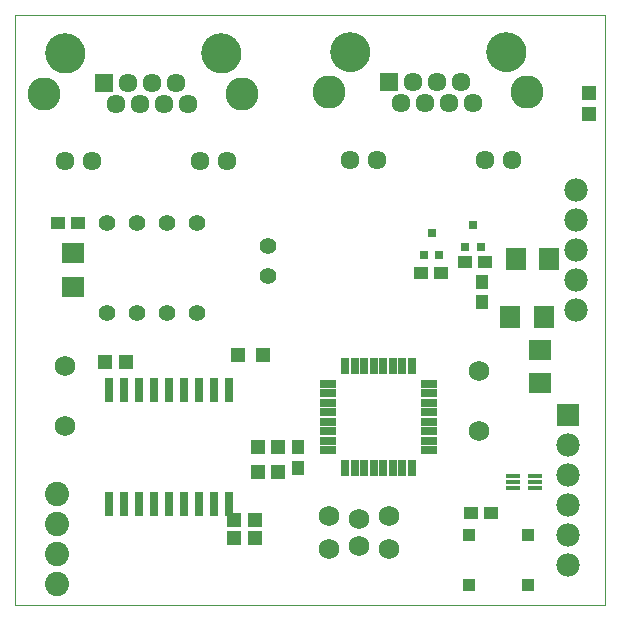
<source format=gts>
G75*
%MOIN*%
%OFA0B0*%
%FSLAX25Y25*%
%IPPOS*%
%LPD*%
%AMOC8*
5,1,8,0,0,1.08239X$1,22.5*
%
%ADD10C,0.00000*%
%ADD11R,0.02762X0.08274*%
%ADD12R,0.05400X0.02600*%
%ADD13R,0.02600X0.05400*%
%ADD14C,0.05550*%
%ADD15C,0.06900*%
%ADD16R,0.04534X0.04652*%
%ADD17C,0.06800*%
%ADD18R,0.07800X0.07800*%
%ADD19C,0.07800*%
%ADD20R,0.06337X0.06337*%
%ADD21C,0.06337*%
%ADD22C,0.13195*%
%ADD23C,0.11030*%
%ADD24R,0.04337X0.04731*%
%ADD25R,0.05124X0.05124*%
%ADD26R,0.07487X0.06699*%
%ADD27R,0.03156X0.03156*%
%ADD28R,0.06699X0.07487*%
%ADD29R,0.04731X0.04337*%
%ADD30C,0.08077*%
%ADD31R,0.05124X0.01581*%
%ADD32R,0.04337X0.04337*%
%ADD33R,0.04652X0.04534*%
D10*
X0125000Y0011800D02*
X0125000Y0208650D01*
X0321850Y0208650D01*
X0321850Y0011800D01*
X0125000Y0011800D01*
X0135352Y0195800D02*
X0135354Y0195960D01*
X0135360Y0196119D01*
X0135370Y0196278D01*
X0135384Y0196437D01*
X0135402Y0196596D01*
X0135423Y0196754D01*
X0135449Y0196911D01*
X0135479Y0197068D01*
X0135512Y0197224D01*
X0135550Y0197379D01*
X0135591Y0197533D01*
X0135636Y0197686D01*
X0135685Y0197838D01*
X0135738Y0197988D01*
X0135794Y0198137D01*
X0135854Y0198285D01*
X0135918Y0198431D01*
X0135986Y0198576D01*
X0136057Y0198719D01*
X0136131Y0198860D01*
X0136209Y0198999D01*
X0136291Y0199136D01*
X0136376Y0199271D01*
X0136464Y0199404D01*
X0136555Y0199535D01*
X0136650Y0199663D01*
X0136748Y0199789D01*
X0136849Y0199913D01*
X0136953Y0200033D01*
X0137060Y0200152D01*
X0137170Y0200267D01*
X0137283Y0200380D01*
X0137398Y0200490D01*
X0137517Y0200597D01*
X0137637Y0200701D01*
X0137761Y0200802D01*
X0137887Y0200900D01*
X0138015Y0200995D01*
X0138146Y0201086D01*
X0138279Y0201174D01*
X0138414Y0201259D01*
X0138551Y0201341D01*
X0138690Y0201419D01*
X0138831Y0201493D01*
X0138974Y0201564D01*
X0139119Y0201632D01*
X0139265Y0201696D01*
X0139413Y0201756D01*
X0139562Y0201812D01*
X0139712Y0201865D01*
X0139864Y0201914D01*
X0140017Y0201959D01*
X0140171Y0202000D01*
X0140326Y0202038D01*
X0140482Y0202071D01*
X0140639Y0202101D01*
X0140796Y0202127D01*
X0140954Y0202148D01*
X0141113Y0202166D01*
X0141272Y0202180D01*
X0141431Y0202190D01*
X0141590Y0202196D01*
X0141750Y0202198D01*
X0141910Y0202196D01*
X0142069Y0202190D01*
X0142228Y0202180D01*
X0142387Y0202166D01*
X0142546Y0202148D01*
X0142704Y0202127D01*
X0142861Y0202101D01*
X0143018Y0202071D01*
X0143174Y0202038D01*
X0143329Y0202000D01*
X0143483Y0201959D01*
X0143636Y0201914D01*
X0143788Y0201865D01*
X0143938Y0201812D01*
X0144087Y0201756D01*
X0144235Y0201696D01*
X0144381Y0201632D01*
X0144526Y0201564D01*
X0144669Y0201493D01*
X0144810Y0201419D01*
X0144949Y0201341D01*
X0145086Y0201259D01*
X0145221Y0201174D01*
X0145354Y0201086D01*
X0145485Y0200995D01*
X0145613Y0200900D01*
X0145739Y0200802D01*
X0145863Y0200701D01*
X0145983Y0200597D01*
X0146102Y0200490D01*
X0146217Y0200380D01*
X0146330Y0200267D01*
X0146440Y0200152D01*
X0146547Y0200033D01*
X0146651Y0199913D01*
X0146752Y0199789D01*
X0146850Y0199663D01*
X0146945Y0199535D01*
X0147036Y0199404D01*
X0147124Y0199271D01*
X0147209Y0199136D01*
X0147291Y0198999D01*
X0147369Y0198860D01*
X0147443Y0198719D01*
X0147514Y0198576D01*
X0147582Y0198431D01*
X0147646Y0198285D01*
X0147706Y0198137D01*
X0147762Y0197988D01*
X0147815Y0197838D01*
X0147864Y0197686D01*
X0147909Y0197533D01*
X0147950Y0197379D01*
X0147988Y0197224D01*
X0148021Y0197068D01*
X0148051Y0196911D01*
X0148077Y0196754D01*
X0148098Y0196596D01*
X0148116Y0196437D01*
X0148130Y0196278D01*
X0148140Y0196119D01*
X0148146Y0195960D01*
X0148148Y0195800D01*
X0148146Y0195640D01*
X0148140Y0195481D01*
X0148130Y0195322D01*
X0148116Y0195163D01*
X0148098Y0195004D01*
X0148077Y0194846D01*
X0148051Y0194689D01*
X0148021Y0194532D01*
X0147988Y0194376D01*
X0147950Y0194221D01*
X0147909Y0194067D01*
X0147864Y0193914D01*
X0147815Y0193762D01*
X0147762Y0193612D01*
X0147706Y0193463D01*
X0147646Y0193315D01*
X0147582Y0193169D01*
X0147514Y0193024D01*
X0147443Y0192881D01*
X0147369Y0192740D01*
X0147291Y0192601D01*
X0147209Y0192464D01*
X0147124Y0192329D01*
X0147036Y0192196D01*
X0146945Y0192065D01*
X0146850Y0191937D01*
X0146752Y0191811D01*
X0146651Y0191687D01*
X0146547Y0191567D01*
X0146440Y0191448D01*
X0146330Y0191333D01*
X0146217Y0191220D01*
X0146102Y0191110D01*
X0145983Y0191003D01*
X0145863Y0190899D01*
X0145739Y0190798D01*
X0145613Y0190700D01*
X0145485Y0190605D01*
X0145354Y0190514D01*
X0145221Y0190426D01*
X0145086Y0190341D01*
X0144949Y0190259D01*
X0144810Y0190181D01*
X0144669Y0190107D01*
X0144526Y0190036D01*
X0144381Y0189968D01*
X0144235Y0189904D01*
X0144087Y0189844D01*
X0143938Y0189788D01*
X0143788Y0189735D01*
X0143636Y0189686D01*
X0143483Y0189641D01*
X0143329Y0189600D01*
X0143174Y0189562D01*
X0143018Y0189529D01*
X0142861Y0189499D01*
X0142704Y0189473D01*
X0142546Y0189452D01*
X0142387Y0189434D01*
X0142228Y0189420D01*
X0142069Y0189410D01*
X0141910Y0189404D01*
X0141750Y0189402D01*
X0141590Y0189404D01*
X0141431Y0189410D01*
X0141272Y0189420D01*
X0141113Y0189434D01*
X0140954Y0189452D01*
X0140796Y0189473D01*
X0140639Y0189499D01*
X0140482Y0189529D01*
X0140326Y0189562D01*
X0140171Y0189600D01*
X0140017Y0189641D01*
X0139864Y0189686D01*
X0139712Y0189735D01*
X0139562Y0189788D01*
X0139413Y0189844D01*
X0139265Y0189904D01*
X0139119Y0189968D01*
X0138974Y0190036D01*
X0138831Y0190107D01*
X0138690Y0190181D01*
X0138551Y0190259D01*
X0138414Y0190341D01*
X0138279Y0190426D01*
X0138146Y0190514D01*
X0138015Y0190605D01*
X0137887Y0190700D01*
X0137761Y0190798D01*
X0137637Y0190899D01*
X0137517Y0191003D01*
X0137398Y0191110D01*
X0137283Y0191220D01*
X0137170Y0191333D01*
X0137060Y0191448D01*
X0136953Y0191567D01*
X0136849Y0191687D01*
X0136748Y0191811D01*
X0136650Y0191937D01*
X0136555Y0192065D01*
X0136464Y0192196D01*
X0136376Y0192329D01*
X0136291Y0192464D01*
X0136209Y0192601D01*
X0136131Y0192740D01*
X0136057Y0192881D01*
X0135986Y0193024D01*
X0135918Y0193169D01*
X0135854Y0193315D01*
X0135794Y0193463D01*
X0135738Y0193612D01*
X0135685Y0193762D01*
X0135636Y0193914D01*
X0135591Y0194067D01*
X0135550Y0194221D01*
X0135512Y0194376D01*
X0135479Y0194532D01*
X0135449Y0194689D01*
X0135423Y0194846D01*
X0135402Y0195004D01*
X0135384Y0195163D01*
X0135370Y0195322D01*
X0135360Y0195481D01*
X0135354Y0195640D01*
X0135352Y0195800D01*
X0187399Y0195800D02*
X0187401Y0195960D01*
X0187407Y0196119D01*
X0187417Y0196278D01*
X0187431Y0196437D01*
X0187449Y0196596D01*
X0187470Y0196754D01*
X0187496Y0196911D01*
X0187526Y0197068D01*
X0187559Y0197224D01*
X0187597Y0197379D01*
X0187638Y0197533D01*
X0187683Y0197686D01*
X0187732Y0197838D01*
X0187785Y0197988D01*
X0187841Y0198137D01*
X0187901Y0198285D01*
X0187965Y0198431D01*
X0188033Y0198576D01*
X0188104Y0198719D01*
X0188178Y0198860D01*
X0188256Y0198999D01*
X0188338Y0199136D01*
X0188423Y0199271D01*
X0188511Y0199404D01*
X0188602Y0199535D01*
X0188697Y0199663D01*
X0188795Y0199789D01*
X0188896Y0199913D01*
X0189000Y0200033D01*
X0189107Y0200152D01*
X0189217Y0200267D01*
X0189330Y0200380D01*
X0189445Y0200490D01*
X0189564Y0200597D01*
X0189684Y0200701D01*
X0189808Y0200802D01*
X0189934Y0200900D01*
X0190062Y0200995D01*
X0190193Y0201086D01*
X0190326Y0201174D01*
X0190461Y0201259D01*
X0190598Y0201341D01*
X0190737Y0201419D01*
X0190878Y0201493D01*
X0191021Y0201564D01*
X0191166Y0201632D01*
X0191312Y0201696D01*
X0191460Y0201756D01*
X0191609Y0201812D01*
X0191759Y0201865D01*
X0191911Y0201914D01*
X0192064Y0201959D01*
X0192218Y0202000D01*
X0192373Y0202038D01*
X0192529Y0202071D01*
X0192686Y0202101D01*
X0192843Y0202127D01*
X0193001Y0202148D01*
X0193160Y0202166D01*
X0193319Y0202180D01*
X0193478Y0202190D01*
X0193637Y0202196D01*
X0193797Y0202198D01*
X0193957Y0202196D01*
X0194116Y0202190D01*
X0194275Y0202180D01*
X0194434Y0202166D01*
X0194593Y0202148D01*
X0194751Y0202127D01*
X0194908Y0202101D01*
X0195065Y0202071D01*
X0195221Y0202038D01*
X0195376Y0202000D01*
X0195530Y0201959D01*
X0195683Y0201914D01*
X0195835Y0201865D01*
X0195985Y0201812D01*
X0196134Y0201756D01*
X0196282Y0201696D01*
X0196428Y0201632D01*
X0196573Y0201564D01*
X0196716Y0201493D01*
X0196857Y0201419D01*
X0196996Y0201341D01*
X0197133Y0201259D01*
X0197268Y0201174D01*
X0197401Y0201086D01*
X0197532Y0200995D01*
X0197660Y0200900D01*
X0197786Y0200802D01*
X0197910Y0200701D01*
X0198030Y0200597D01*
X0198149Y0200490D01*
X0198264Y0200380D01*
X0198377Y0200267D01*
X0198487Y0200152D01*
X0198594Y0200033D01*
X0198698Y0199913D01*
X0198799Y0199789D01*
X0198897Y0199663D01*
X0198992Y0199535D01*
X0199083Y0199404D01*
X0199171Y0199271D01*
X0199256Y0199136D01*
X0199338Y0198999D01*
X0199416Y0198860D01*
X0199490Y0198719D01*
X0199561Y0198576D01*
X0199629Y0198431D01*
X0199693Y0198285D01*
X0199753Y0198137D01*
X0199809Y0197988D01*
X0199862Y0197838D01*
X0199911Y0197686D01*
X0199956Y0197533D01*
X0199997Y0197379D01*
X0200035Y0197224D01*
X0200068Y0197068D01*
X0200098Y0196911D01*
X0200124Y0196754D01*
X0200145Y0196596D01*
X0200163Y0196437D01*
X0200177Y0196278D01*
X0200187Y0196119D01*
X0200193Y0195960D01*
X0200195Y0195800D01*
X0200193Y0195640D01*
X0200187Y0195481D01*
X0200177Y0195322D01*
X0200163Y0195163D01*
X0200145Y0195004D01*
X0200124Y0194846D01*
X0200098Y0194689D01*
X0200068Y0194532D01*
X0200035Y0194376D01*
X0199997Y0194221D01*
X0199956Y0194067D01*
X0199911Y0193914D01*
X0199862Y0193762D01*
X0199809Y0193612D01*
X0199753Y0193463D01*
X0199693Y0193315D01*
X0199629Y0193169D01*
X0199561Y0193024D01*
X0199490Y0192881D01*
X0199416Y0192740D01*
X0199338Y0192601D01*
X0199256Y0192464D01*
X0199171Y0192329D01*
X0199083Y0192196D01*
X0198992Y0192065D01*
X0198897Y0191937D01*
X0198799Y0191811D01*
X0198698Y0191687D01*
X0198594Y0191567D01*
X0198487Y0191448D01*
X0198377Y0191333D01*
X0198264Y0191220D01*
X0198149Y0191110D01*
X0198030Y0191003D01*
X0197910Y0190899D01*
X0197786Y0190798D01*
X0197660Y0190700D01*
X0197532Y0190605D01*
X0197401Y0190514D01*
X0197268Y0190426D01*
X0197133Y0190341D01*
X0196996Y0190259D01*
X0196857Y0190181D01*
X0196716Y0190107D01*
X0196573Y0190036D01*
X0196428Y0189968D01*
X0196282Y0189904D01*
X0196134Y0189844D01*
X0195985Y0189788D01*
X0195835Y0189735D01*
X0195683Y0189686D01*
X0195530Y0189641D01*
X0195376Y0189600D01*
X0195221Y0189562D01*
X0195065Y0189529D01*
X0194908Y0189499D01*
X0194751Y0189473D01*
X0194593Y0189452D01*
X0194434Y0189434D01*
X0194275Y0189420D01*
X0194116Y0189410D01*
X0193957Y0189404D01*
X0193797Y0189402D01*
X0193637Y0189404D01*
X0193478Y0189410D01*
X0193319Y0189420D01*
X0193160Y0189434D01*
X0193001Y0189452D01*
X0192843Y0189473D01*
X0192686Y0189499D01*
X0192529Y0189529D01*
X0192373Y0189562D01*
X0192218Y0189600D01*
X0192064Y0189641D01*
X0191911Y0189686D01*
X0191759Y0189735D01*
X0191609Y0189788D01*
X0191460Y0189844D01*
X0191312Y0189904D01*
X0191166Y0189968D01*
X0191021Y0190036D01*
X0190878Y0190107D01*
X0190737Y0190181D01*
X0190598Y0190259D01*
X0190461Y0190341D01*
X0190326Y0190426D01*
X0190193Y0190514D01*
X0190062Y0190605D01*
X0189934Y0190700D01*
X0189808Y0190798D01*
X0189684Y0190899D01*
X0189564Y0191003D01*
X0189445Y0191110D01*
X0189330Y0191220D01*
X0189217Y0191333D01*
X0189107Y0191448D01*
X0189000Y0191567D01*
X0188896Y0191687D01*
X0188795Y0191811D01*
X0188697Y0191937D01*
X0188602Y0192065D01*
X0188511Y0192196D01*
X0188423Y0192329D01*
X0188338Y0192464D01*
X0188256Y0192601D01*
X0188178Y0192740D01*
X0188104Y0192881D01*
X0188033Y0193024D01*
X0187965Y0193169D01*
X0187901Y0193315D01*
X0187841Y0193463D01*
X0187785Y0193612D01*
X0187732Y0193762D01*
X0187683Y0193914D01*
X0187638Y0194067D01*
X0187597Y0194221D01*
X0187559Y0194376D01*
X0187526Y0194532D01*
X0187496Y0194689D01*
X0187470Y0194846D01*
X0187449Y0195004D01*
X0187431Y0195163D01*
X0187417Y0195322D01*
X0187407Y0195481D01*
X0187401Y0195640D01*
X0187399Y0195800D01*
X0230352Y0196300D02*
X0230354Y0196460D01*
X0230360Y0196619D01*
X0230370Y0196778D01*
X0230384Y0196937D01*
X0230402Y0197096D01*
X0230423Y0197254D01*
X0230449Y0197411D01*
X0230479Y0197568D01*
X0230512Y0197724D01*
X0230550Y0197879D01*
X0230591Y0198033D01*
X0230636Y0198186D01*
X0230685Y0198338D01*
X0230738Y0198488D01*
X0230794Y0198637D01*
X0230854Y0198785D01*
X0230918Y0198931D01*
X0230986Y0199076D01*
X0231057Y0199219D01*
X0231131Y0199360D01*
X0231209Y0199499D01*
X0231291Y0199636D01*
X0231376Y0199771D01*
X0231464Y0199904D01*
X0231555Y0200035D01*
X0231650Y0200163D01*
X0231748Y0200289D01*
X0231849Y0200413D01*
X0231953Y0200533D01*
X0232060Y0200652D01*
X0232170Y0200767D01*
X0232283Y0200880D01*
X0232398Y0200990D01*
X0232517Y0201097D01*
X0232637Y0201201D01*
X0232761Y0201302D01*
X0232887Y0201400D01*
X0233015Y0201495D01*
X0233146Y0201586D01*
X0233279Y0201674D01*
X0233414Y0201759D01*
X0233551Y0201841D01*
X0233690Y0201919D01*
X0233831Y0201993D01*
X0233974Y0202064D01*
X0234119Y0202132D01*
X0234265Y0202196D01*
X0234413Y0202256D01*
X0234562Y0202312D01*
X0234712Y0202365D01*
X0234864Y0202414D01*
X0235017Y0202459D01*
X0235171Y0202500D01*
X0235326Y0202538D01*
X0235482Y0202571D01*
X0235639Y0202601D01*
X0235796Y0202627D01*
X0235954Y0202648D01*
X0236113Y0202666D01*
X0236272Y0202680D01*
X0236431Y0202690D01*
X0236590Y0202696D01*
X0236750Y0202698D01*
X0236910Y0202696D01*
X0237069Y0202690D01*
X0237228Y0202680D01*
X0237387Y0202666D01*
X0237546Y0202648D01*
X0237704Y0202627D01*
X0237861Y0202601D01*
X0238018Y0202571D01*
X0238174Y0202538D01*
X0238329Y0202500D01*
X0238483Y0202459D01*
X0238636Y0202414D01*
X0238788Y0202365D01*
X0238938Y0202312D01*
X0239087Y0202256D01*
X0239235Y0202196D01*
X0239381Y0202132D01*
X0239526Y0202064D01*
X0239669Y0201993D01*
X0239810Y0201919D01*
X0239949Y0201841D01*
X0240086Y0201759D01*
X0240221Y0201674D01*
X0240354Y0201586D01*
X0240485Y0201495D01*
X0240613Y0201400D01*
X0240739Y0201302D01*
X0240863Y0201201D01*
X0240983Y0201097D01*
X0241102Y0200990D01*
X0241217Y0200880D01*
X0241330Y0200767D01*
X0241440Y0200652D01*
X0241547Y0200533D01*
X0241651Y0200413D01*
X0241752Y0200289D01*
X0241850Y0200163D01*
X0241945Y0200035D01*
X0242036Y0199904D01*
X0242124Y0199771D01*
X0242209Y0199636D01*
X0242291Y0199499D01*
X0242369Y0199360D01*
X0242443Y0199219D01*
X0242514Y0199076D01*
X0242582Y0198931D01*
X0242646Y0198785D01*
X0242706Y0198637D01*
X0242762Y0198488D01*
X0242815Y0198338D01*
X0242864Y0198186D01*
X0242909Y0198033D01*
X0242950Y0197879D01*
X0242988Y0197724D01*
X0243021Y0197568D01*
X0243051Y0197411D01*
X0243077Y0197254D01*
X0243098Y0197096D01*
X0243116Y0196937D01*
X0243130Y0196778D01*
X0243140Y0196619D01*
X0243146Y0196460D01*
X0243148Y0196300D01*
X0243146Y0196140D01*
X0243140Y0195981D01*
X0243130Y0195822D01*
X0243116Y0195663D01*
X0243098Y0195504D01*
X0243077Y0195346D01*
X0243051Y0195189D01*
X0243021Y0195032D01*
X0242988Y0194876D01*
X0242950Y0194721D01*
X0242909Y0194567D01*
X0242864Y0194414D01*
X0242815Y0194262D01*
X0242762Y0194112D01*
X0242706Y0193963D01*
X0242646Y0193815D01*
X0242582Y0193669D01*
X0242514Y0193524D01*
X0242443Y0193381D01*
X0242369Y0193240D01*
X0242291Y0193101D01*
X0242209Y0192964D01*
X0242124Y0192829D01*
X0242036Y0192696D01*
X0241945Y0192565D01*
X0241850Y0192437D01*
X0241752Y0192311D01*
X0241651Y0192187D01*
X0241547Y0192067D01*
X0241440Y0191948D01*
X0241330Y0191833D01*
X0241217Y0191720D01*
X0241102Y0191610D01*
X0240983Y0191503D01*
X0240863Y0191399D01*
X0240739Y0191298D01*
X0240613Y0191200D01*
X0240485Y0191105D01*
X0240354Y0191014D01*
X0240221Y0190926D01*
X0240086Y0190841D01*
X0239949Y0190759D01*
X0239810Y0190681D01*
X0239669Y0190607D01*
X0239526Y0190536D01*
X0239381Y0190468D01*
X0239235Y0190404D01*
X0239087Y0190344D01*
X0238938Y0190288D01*
X0238788Y0190235D01*
X0238636Y0190186D01*
X0238483Y0190141D01*
X0238329Y0190100D01*
X0238174Y0190062D01*
X0238018Y0190029D01*
X0237861Y0189999D01*
X0237704Y0189973D01*
X0237546Y0189952D01*
X0237387Y0189934D01*
X0237228Y0189920D01*
X0237069Y0189910D01*
X0236910Y0189904D01*
X0236750Y0189902D01*
X0236590Y0189904D01*
X0236431Y0189910D01*
X0236272Y0189920D01*
X0236113Y0189934D01*
X0235954Y0189952D01*
X0235796Y0189973D01*
X0235639Y0189999D01*
X0235482Y0190029D01*
X0235326Y0190062D01*
X0235171Y0190100D01*
X0235017Y0190141D01*
X0234864Y0190186D01*
X0234712Y0190235D01*
X0234562Y0190288D01*
X0234413Y0190344D01*
X0234265Y0190404D01*
X0234119Y0190468D01*
X0233974Y0190536D01*
X0233831Y0190607D01*
X0233690Y0190681D01*
X0233551Y0190759D01*
X0233414Y0190841D01*
X0233279Y0190926D01*
X0233146Y0191014D01*
X0233015Y0191105D01*
X0232887Y0191200D01*
X0232761Y0191298D01*
X0232637Y0191399D01*
X0232517Y0191503D01*
X0232398Y0191610D01*
X0232283Y0191720D01*
X0232170Y0191833D01*
X0232060Y0191948D01*
X0231953Y0192067D01*
X0231849Y0192187D01*
X0231748Y0192311D01*
X0231650Y0192437D01*
X0231555Y0192565D01*
X0231464Y0192696D01*
X0231376Y0192829D01*
X0231291Y0192964D01*
X0231209Y0193101D01*
X0231131Y0193240D01*
X0231057Y0193381D01*
X0230986Y0193524D01*
X0230918Y0193669D01*
X0230854Y0193815D01*
X0230794Y0193963D01*
X0230738Y0194112D01*
X0230685Y0194262D01*
X0230636Y0194414D01*
X0230591Y0194567D01*
X0230550Y0194721D01*
X0230512Y0194876D01*
X0230479Y0195032D01*
X0230449Y0195189D01*
X0230423Y0195346D01*
X0230402Y0195504D01*
X0230384Y0195663D01*
X0230370Y0195822D01*
X0230360Y0195981D01*
X0230354Y0196140D01*
X0230352Y0196300D01*
X0282399Y0196300D02*
X0282401Y0196460D01*
X0282407Y0196619D01*
X0282417Y0196778D01*
X0282431Y0196937D01*
X0282449Y0197096D01*
X0282470Y0197254D01*
X0282496Y0197411D01*
X0282526Y0197568D01*
X0282559Y0197724D01*
X0282597Y0197879D01*
X0282638Y0198033D01*
X0282683Y0198186D01*
X0282732Y0198338D01*
X0282785Y0198488D01*
X0282841Y0198637D01*
X0282901Y0198785D01*
X0282965Y0198931D01*
X0283033Y0199076D01*
X0283104Y0199219D01*
X0283178Y0199360D01*
X0283256Y0199499D01*
X0283338Y0199636D01*
X0283423Y0199771D01*
X0283511Y0199904D01*
X0283602Y0200035D01*
X0283697Y0200163D01*
X0283795Y0200289D01*
X0283896Y0200413D01*
X0284000Y0200533D01*
X0284107Y0200652D01*
X0284217Y0200767D01*
X0284330Y0200880D01*
X0284445Y0200990D01*
X0284564Y0201097D01*
X0284684Y0201201D01*
X0284808Y0201302D01*
X0284934Y0201400D01*
X0285062Y0201495D01*
X0285193Y0201586D01*
X0285326Y0201674D01*
X0285461Y0201759D01*
X0285598Y0201841D01*
X0285737Y0201919D01*
X0285878Y0201993D01*
X0286021Y0202064D01*
X0286166Y0202132D01*
X0286312Y0202196D01*
X0286460Y0202256D01*
X0286609Y0202312D01*
X0286759Y0202365D01*
X0286911Y0202414D01*
X0287064Y0202459D01*
X0287218Y0202500D01*
X0287373Y0202538D01*
X0287529Y0202571D01*
X0287686Y0202601D01*
X0287843Y0202627D01*
X0288001Y0202648D01*
X0288160Y0202666D01*
X0288319Y0202680D01*
X0288478Y0202690D01*
X0288637Y0202696D01*
X0288797Y0202698D01*
X0288957Y0202696D01*
X0289116Y0202690D01*
X0289275Y0202680D01*
X0289434Y0202666D01*
X0289593Y0202648D01*
X0289751Y0202627D01*
X0289908Y0202601D01*
X0290065Y0202571D01*
X0290221Y0202538D01*
X0290376Y0202500D01*
X0290530Y0202459D01*
X0290683Y0202414D01*
X0290835Y0202365D01*
X0290985Y0202312D01*
X0291134Y0202256D01*
X0291282Y0202196D01*
X0291428Y0202132D01*
X0291573Y0202064D01*
X0291716Y0201993D01*
X0291857Y0201919D01*
X0291996Y0201841D01*
X0292133Y0201759D01*
X0292268Y0201674D01*
X0292401Y0201586D01*
X0292532Y0201495D01*
X0292660Y0201400D01*
X0292786Y0201302D01*
X0292910Y0201201D01*
X0293030Y0201097D01*
X0293149Y0200990D01*
X0293264Y0200880D01*
X0293377Y0200767D01*
X0293487Y0200652D01*
X0293594Y0200533D01*
X0293698Y0200413D01*
X0293799Y0200289D01*
X0293897Y0200163D01*
X0293992Y0200035D01*
X0294083Y0199904D01*
X0294171Y0199771D01*
X0294256Y0199636D01*
X0294338Y0199499D01*
X0294416Y0199360D01*
X0294490Y0199219D01*
X0294561Y0199076D01*
X0294629Y0198931D01*
X0294693Y0198785D01*
X0294753Y0198637D01*
X0294809Y0198488D01*
X0294862Y0198338D01*
X0294911Y0198186D01*
X0294956Y0198033D01*
X0294997Y0197879D01*
X0295035Y0197724D01*
X0295068Y0197568D01*
X0295098Y0197411D01*
X0295124Y0197254D01*
X0295145Y0197096D01*
X0295163Y0196937D01*
X0295177Y0196778D01*
X0295187Y0196619D01*
X0295193Y0196460D01*
X0295195Y0196300D01*
X0295193Y0196140D01*
X0295187Y0195981D01*
X0295177Y0195822D01*
X0295163Y0195663D01*
X0295145Y0195504D01*
X0295124Y0195346D01*
X0295098Y0195189D01*
X0295068Y0195032D01*
X0295035Y0194876D01*
X0294997Y0194721D01*
X0294956Y0194567D01*
X0294911Y0194414D01*
X0294862Y0194262D01*
X0294809Y0194112D01*
X0294753Y0193963D01*
X0294693Y0193815D01*
X0294629Y0193669D01*
X0294561Y0193524D01*
X0294490Y0193381D01*
X0294416Y0193240D01*
X0294338Y0193101D01*
X0294256Y0192964D01*
X0294171Y0192829D01*
X0294083Y0192696D01*
X0293992Y0192565D01*
X0293897Y0192437D01*
X0293799Y0192311D01*
X0293698Y0192187D01*
X0293594Y0192067D01*
X0293487Y0191948D01*
X0293377Y0191833D01*
X0293264Y0191720D01*
X0293149Y0191610D01*
X0293030Y0191503D01*
X0292910Y0191399D01*
X0292786Y0191298D01*
X0292660Y0191200D01*
X0292532Y0191105D01*
X0292401Y0191014D01*
X0292268Y0190926D01*
X0292133Y0190841D01*
X0291996Y0190759D01*
X0291857Y0190681D01*
X0291716Y0190607D01*
X0291573Y0190536D01*
X0291428Y0190468D01*
X0291282Y0190404D01*
X0291134Y0190344D01*
X0290985Y0190288D01*
X0290835Y0190235D01*
X0290683Y0190186D01*
X0290530Y0190141D01*
X0290376Y0190100D01*
X0290221Y0190062D01*
X0290065Y0190029D01*
X0289908Y0189999D01*
X0289751Y0189973D01*
X0289593Y0189952D01*
X0289434Y0189934D01*
X0289275Y0189920D01*
X0289116Y0189910D01*
X0288957Y0189904D01*
X0288797Y0189902D01*
X0288637Y0189904D01*
X0288478Y0189910D01*
X0288319Y0189920D01*
X0288160Y0189934D01*
X0288001Y0189952D01*
X0287843Y0189973D01*
X0287686Y0189999D01*
X0287529Y0190029D01*
X0287373Y0190062D01*
X0287218Y0190100D01*
X0287064Y0190141D01*
X0286911Y0190186D01*
X0286759Y0190235D01*
X0286609Y0190288D01*
X0286460Y0190344D01*
X0286312Y0190404D01*
X0286166Y0190468D01*
X0286021Y0190536D01*
X0285878Y0190607D01*
X0285737Y0190681D01*
X0285598Y0190759D01*
X0285461Y0190841D01*
X0285326Y0190926D01*
X0285193Y0191014D01*
X0285062Y0191105D01*
X0284934Y0191200D01*
X0284808Y0191298D01*
X0284684Y0191399D01*
X0284564Y0191503D01*
X0284445Y0191610D01*
X0284330Y0191720D01*
X0284217Y0191833D01*
X0284107Y0191948D01*
X0284000Y0192067D01*
X0283896Y0192187D01*
X0283795Y0192311D01*
X0283697Y0192437D01*
X0283602Y0192565D01*
X0283511Y0192696D01*
X0283423Y0192829D01*
X0283338Y0192964D01*
X0283256Y0193101D01*
X0283178Y0193240D01*
X0283104Y0193381D01*
X0283033Y0193524D01*
X0282965Y0193669D01*
X0282901Y0193815D01*
X0282841Y0193963D01*
X0282785Y0194112D01*
X0282732Y0194262D01*
X0282683Y0194414D01*
X0282638Y0194567D01*
X0282597Y0194721D01*
X0282559Y0194876D01*
X0282526Y0195032D01*
X0282496Y0195189D01*
X0282470Y0195346D01*
X0282449Y0195504D01*
X0282431Y0195663D01*
X0282417Y0195822D01*
X0282407Y0195981D01*
X0282401Y0196140D01*
X0282399Y0196300D01*
D11*
X0196250Y0083400D03*
X0191250Y0083400D03*
X0186250Y0083400D03*
X0181250Y0083400D03*
X0176250Y0083400D03*
X0171250Y0083400D03*
X0166250Y0083400D03*
X0161250Y0083400D03*
X0156250Y0083400D03*
X0156250Y0045700D03*
X0161250Y0045700D03*
X0166250Y0045700D03*
X0171250Y0045700D03*
X0176250Y0045700D03*
X0181250Y0045700D03*
X0186250Y0045700D03*
X0191250Y0045700D03*
X0196250Y0045700D03*
D12*
X0229350Y0063526D03*
X0229350Y0066676D03*
X0229350Y0069826D03*
X0229350Y0072975D03*
X0229350Y0076125D03*
X0229350Y0079274D03*
X0229350Y0082424D03*
X0229350Y0085574D03*
X0263150Y0085574D03*
X0263150Y0082424D03*
X0263150Y0079274D03*
X0263150Y0076125D03*
X0263150Y0072975D03*
X0263150Y0069826D03*
X0263150Y0066676D03*
X0263150Y0063526D03*
D13*
X0257274Y0057650D03*
X0254124Y0057650D03*
X0250974Y0057650D03*
X0247825Y0057650D03*
X0244675Y0057650D03*
X0241526Y0057650D03*
X0238376Y0057650D03*
X0235226Y0057650D03*
X0235226Y0091450D03*
X0238376Y0091450D03*
X0241526Y0091450D03*
X0244675Y0091450D03*
X0247825Y0091450D03*
X0250974Y0091450D03*
X0254124Y0091450D03*
X0257274Y0091450D03*
D14*
X0209250Y0121629D03*
X0209250Y0131471D03*
X0185750Y0139300D03*
X0175750Y0139300D03*
X0165750Y0139300D03*
X0155750Y0139300D03*
X0155750Y0109300D03*
X0165750Y0109300D03*
X0175750Y0109300D03*
X0185750Y0109300D03*
D15*
X0141750Y0091550D03*
X0141750Y0071550D03*
X0279750Y0069800D03*
X0279750Y0089800D03*
D16*
X0204945Y0040300D03*
X0198055Y0040300D03*
X0198055Y0034050D03*
X0204945Y0034050D03*
X0161945Y0092800D03*
X0155055Y0092800D03*
D17*
X0229750Y0041550D03*
X0239750Y0040550D03*
X0249750Y0041550D03*
X0239750Y0031550D03*
X0229750Y0030550D03*
X0249750Y0030550D03*
D18*
X0309500Y0075050D03*
D19*
X0309500Y0065050D03*
X0309500Y0055050D03*
X0309500Y0045050D03*
X0309500Y0035050D03*
X0309500Y0025050D03*
X0312000Y0110050D03*
X0312000Y0120050D03*
X0312000Y0130050D03*
X0312000Y0140050D03*
X0312000Y0150050D03*
D20*
X0249703Y0186300D03*
X0154703Y0185800D03*
D21*
X0162734Y0185800D03*
X0170766Y0185800D03*
X0178797Y0185800D03*
X0174781Y0178792D03*
X0166750Y0178792D03*
X0158719Y0178792D03*
X0182813Y0178792D03*
X0186789Y0159816D03*
X0195805Y0159816D03*
X0236789Y0160316D03*
X0245805Y0160316D03*
X0253719Y0179292D03*
X0261750Y0179292D03*
X0269781Y0179292D03*
X0277813Y0179292D03*
X0273797Y0186300D03*
X0265766Y0186300D03*
X0257734Y0186300D03*
X0281789Y0160316D03*
X0290805Y0160316D03*
X0150805Y0159816D03*
X0141789Y0159816D03*
D22*
X0141750Y0195800D03*
X0193797Y0195800D03*
X0236750Y0196300D03*
X0288797Y0196300D03*
D23*
X0295805Y0182796D03*
X0229742Y0182796D03*
X0200805Y0182296D03*
X0134742Y0182296D03*
D24*
X0280750Y0119646D03*
X0280750Y0112954D03*
X0219500Y0064396D03*
X0219500Y0057704D03*
D25*
X0212750Y0056166D03*
X0206000Y0056166D03*
X0206000Y0064434D03*
X0212750Y0064434D03*
X0207634Y0095050D03*
X0199366Y0095050D03*
D26*
X0144250Y0118038D03*
X0144250Y0129062D03*
X0300000Y0096812D03*
X0300000Y0085788D03*
D27*
X0266559Y0128658D03*
X0261441Y0128658D03*
X0264000Y0135942D03*
X0275191Y0131158D03*
X0280309Y0131158D03*
X0277750Y0138442D03*
D28*
X0291988Y0127300D03*
X0303012Y0127300D03*
X0301262Y0107800D03*
X0290238Y0107800D03*
D29*
X0267096Y0122550D03*
X0260404Y0122550D03*
X0275154Y0126050D03*
X0281846Y0126050D03*
X0283846Y0042550D03*
X0277154Y0042550D03*
X0146096Y0139300D03*
X0139404Y0139300D03*
D30*
X0139000Y0048800D03*
X0139000Y0038800D03*
X0139000Y0028800D03*
X0139000Y0018800D03*
D31*
X0291167Y0050831D03*
X0291167Y0052800D03*
X0291167Y0054769D03*
X0298333Y0054769D03*
X0298333Y0052800D03*
X0298333Y0050831D03*
D32*
X0295994Y0035068D03*
X0276506Y0035068D03*
X0276506Y0018532D03*
X0295994Y0018532D03*
D33*
X0316500Y0175605D03*
X0316500Y0182495D03*
M02*

</source>
